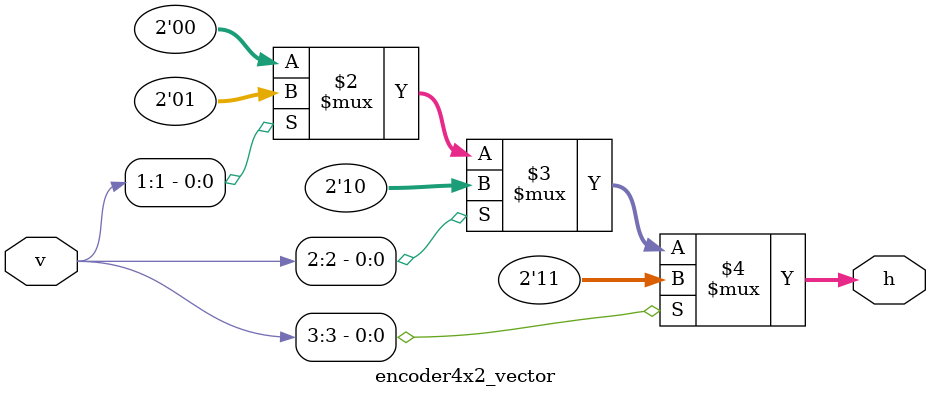
<source format=v>
module encoder4x2_vector (
    input wire [3:0] v,
    output wire [1:0] h
);

// Priority encoder logic: highest bit gets priority
assign h = (v[3]) ? 2'b11 :
           (v[2]) ? 2'b10 :
           (v[1]) ? 2'b01 :
           (v[0]) ? 2'b00 : 2'b00;

endmodule
</source>
